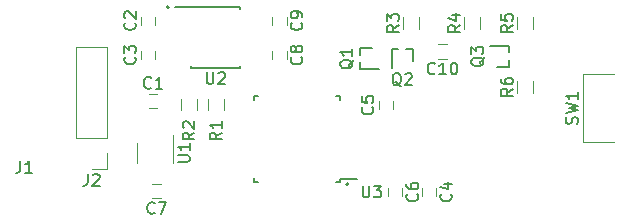
<source format=gto>
G04 #@! TF.GenerationSoftware,KiCad,Pcbnew,(5.1.4-0-10_14)*
G04 #@! TF.CreationDate,2019-11-04T12:37:15+13:00*
G04 #@! TF.ProjectId,rng-pcb,726e672d-7063-4622-9e6b-696361645f70,rev?*
G04 #@! TF.SameCoordinates,PX7bfa480PY77afa60*
G04 #@! TF.FileFunction,Legend,Top*
G04 #@! TF.FilePolarity,Positive*
%FSLAX46Y46*%
G04 Gerber Fmt 4.6, Leading zero omitted, Abs format (unit mm)*
G04 Created by KiCad (PCBNEW (5.1.4-0-10_14)) date 2019-11-04 12:37:15*
%MOMM*%
%LPD*%
G04 APERTURE LIST*
%ADD10C,0.200000*%
%ADD11C,0.120000*%
%ADD12C,0.150000*%
G04 APERTURE END LIST*
D10*
X17000000Y58550000D02*
G75*
G03X17000000Y58550000I-100000J0D01*
G01*
X32200000Y43550000D02*
G75*
G03X32200000Y43550000I-100000J0D01*
G01*
D11*
X52050000Y52900000D02*
X54650000Y52900000D01*
X52050000Y47100000D02*
X54650000Y47100000D01*
X52050000Y47100000D02*
X52050000Y52900000D01*
X11780000Y44870000D02*
X10450000Y44870000D01*
X11780000Y46200000D02*
X11780000Y44870000D01*
X11780000Y47470000D02*
X9120000Y47470000D01*
X9120000Y47470000D02*
X9120000Y55150000D01*
X11780000Y47470000D02*
X11780000Y55150000D01*
X11780000Y55150000D02*
X9120000Y55150000D01*
D12*
X18875000Y58575000D02*
X18875000Y58525000D01*
X23025000Y58575000D02*
X23025000Y58430000D01*
X23025000Y53425000D02*
X23025000Y53570000D01*
X18875000Y53425000D02*
X18875000Y53570000D01*
X18875000Y58575000D02*
X23025000Y58575000D01*
X18875000Y53425000D02*
X23025000Y53425000D01*
X18875000Y58525000D02*
X17475000Y58525000D01*
D10*
X45750000Y53500000D02*
X45750000Y54070000D01*
X45750000Y55300000D02*
X45750000Y54730000D01*
X45750000Y53500000D02*
X44750000Y53500000D01*
X44150000Y55300000D02*
X45750000Y55300000D01*
X37650000Y55000000D02*
X37080000Y55000000D01*
X35850000Y55000000D02*
X36420000Y55000000D01*
X37650000Y55000000D02*
X37650000Y54000000D01*
X35850000Y53400000D02*
X35850000Y55000000D01*
X33150000Y55100000D02*
X33150000Y54530000D01*
X33150000Y53300000D02*
X33150000Y53870000D01*
X33150000Y55100000D02*
X34150000Y55100000D01*
X34750000Y53300000D02*
X33150000Y53300000D01*
D11*
X18020000Y49800000D02*
X18020000Y50800000D01*
X19380000Y50800000D02*
X19380000Y49800000D01*
X14650000Y57050000D02*
X14650000Y57750000D01*
X15850000Y57750000D02*
X15850000Y57050000D01*
X47830000Y52300000D02*
X47830000Y51300000D01*
X46470000Y51300000D02*
X46470000Y52300000D01*
X47830000Y57700000D02*
X47830000Y56700000D01*
X46470000Y56700000D02*
X46470000Y57700000D01*
X43330000Y57700000D02*
X43330000Y56700000D01*
X41970000Y56700000D02*
X41970000Y57700000D01*
X38130000Y57700000D02*
X38130000Y56700000D01*
X36770000Y56700000D02*
X36770000Y57700000D01*
X21630000Y50800000D02*
X21630000Y49800000D01*
X20270000Y49800000D02*
X20270000Y50800000D01*
X39800000Y55400000D02*
X40500000Y55400000D01*
X40500000Y54200000D02*
X39800000Y54200000D01*
X26950000Y57750000D02*
X26950000Y57050000D01*
X25750000Y57050000D02*
X25750000Y57750000D01*
X26950000Y54850000D02*
X26950000Y54150000D01*
X25750000Y54150000D02*
X25750000Y54850000D01*
X16300000Y42400000D02*
X15600000Y42400000D01*
X15600000Y43600000D02*
X16300000Y43600000D01*
X35550000Y42550000D02*
X35550000Y43250000D01*
X36750000Y43250000D02*
X36750000Y42550000D01*
X35950000Y50600000D02*
X35950000Y49900000D01*
X34750000Y49900000D02*
X34750000Y50600000D01*
X38400000Y42550000D02*
X38400000Y43250000D01*
X39600000Y43250000D02*
X39600000Y42550000D01*
X15850000Y54850000D02*
X15850000Y54150000D01*
X14650000Y54150000D02*
X14650000Y54850000D01*
X15300000Y51200000D02*
X16000000Y51200000D01*
X16000000Y50000000D02*
X15300000Y50000000D01*
D12*
X31475000Y43775000D02*
X31475000Y44000000D01*
X24225000Y43775000D02*
X24225000Y44100000D01*
X24225000Y51025000D02*
X24225000Y50700000D01*
X31475000Y51025000D02*
X31475000Y50700000D01*
X31475000Y43775000D02*
X31150000Y43775000D01*
X31475000Y51025000D02*
X31150000Y51025000D01*
X24225000Y51025000D02*
X24550000Y51025000D01*
X24225000Y43775000D02*
X24550000Y43775000D01*
X31475000Y44000000D02*
X32900000Y44000000D01*
D11*
X14290000Y47080000D02*
X14290000Y45320000D01*
X17360000Y45320000D02*
X17360000Y47750000D01*
D12*
X4416666Y45547620D02*
X4416666Y44833334D01*
X4369047Y44690477D01*
X4273809Y44595239D01*
X4130952Y44547620D01*
X4035714Y44547620D01*
X5416666Y44547620D02*
X4845238Y44547620D01*
X5130952Y44547620D02*
X5130952Y45547620D01*
X5035714Y45404762D01*
X4940476Y45309524D01*
X4845238Y45261905D01*
X51554761Y48666667D02*
X51602380Y48809524D01*
X51602380Y49047620D01*
X51554761Y49142858D01*
X51507142Y49190477D01*
X51411904Y49238096D01*
X51316666Y49238096D01*
X51221428Y49190477D01*
X51173809Y49142858D01*
X51126190Y49047620D01*
X51078571Y48857143D01*
X51030952Y48761905D01*
X50983333Y48714286D01*
X50888095Y48666667D01*
X50792857Y48666667D01*
X50697619Y48714286D01*
X50650000Y48761905D01*
X50602380Y48857143D01*
X50602380Y49095239D01*
X50650000Y49238096D01*
X50602380Y49571429D02*
X51602380Y49809524D01*
X50888095Y50000000D01*
X51602380Y50190477D01*
X50602380Y50428572D01*
X51602380Y51333334D02*
X51602380Y50761905D01*
X51602380Y51047620D02*
X50602380Y51047620D01*
X50745238Y50952381D01*
X50840476Y50857143D01*
X50888095Y50761905D01*
X10116666Y44417620D02*
X10116666Y43703334D01*
X10069047Y43560477D01*
X9973809Y43465239D01*
X9830952Y43417620D01*
X9735714Y43417620D01*
X10545238Y44322381D02*
X10592857Y44370000D01*
X10688095Y44417620D01*
X10926190Y44417620D01*
X11021428Y44370000D01*
X11069047Y44322381D01*
X11116666Y44227143D01*
X11116666Y44131905D01*
X11069047Y43989048D01*
X10497619Y43417620D01*
X11116666Y43417620D01*
X20188095Y53047620D02*
X20188095Y52238096D01*
X20235714Y52142858D01*
X20283333Y52095239D01*
X20378571Y52047620D01*
X20569047Y52047620D01*
X20664285Y52095239D01*
X20711904Y52142858D01*
X20759523Y52238096D01*
X20759523Y53047620D01*
X21188095Y52952381D02*
X21235714Y53000000D01*
X21330952Y53047620D01*
X21569047Y53047620D01*
X21664285Y53000000D01*
X21711904Y52952381D01*
X21759523Y52857143D01*
X21759523Y52761905D01*
X21711904Y52619048D01*
X21140476Y52047620D01*
X21759523Y52047620D01*
X43697619Y54304762D02*
X43650000Y54209524D01*
X43554761Y54114286D01*
X43411904Y53971429D01*
X43364285Y53876191D01*
X43364285Y53780953D01*
X43602380Y53828572D02*
X43554761Y53733334D01*
X43459523Y53638096D01*
X43269047Y53590477D01*
X42935714Y53590477D01*
X42745238Y53638096D01*
X42650000Y53733334D01*
X42602380Y53828572D01*
X42602380Y54019048D01*
X42650000Y54114286D01*
X42745238Y54209524D01*
X42935714Y54257143D01*
X43269047Y54257143D01*
X43459523Y54209524D01*
X43554761Y54114286D01*
X43602380Y54019048D01*
X43602380Y53828572D01*
X42602380Y54590477D02*
X42602380Y55209524D01*
X42983333Y54876191D01*
X42983333Y55019048D01*
X43030952Y55114286D01*
X43078571Y55161905D01*
X43173809Y55209524D01*
X43411904Y55209524D01*
X43507142Y55161905D01*
X43554761Y55114286D01*
X43602380Y55019048D01*
X43602380Y54733334D01*
X43554761Y54638096D01*
X43507142Y54590477D01*
X36654761Y51852381D02*
X36559523Y51900000D01*
X36464285Y51995239D01*
X36321428Y52138096D01*
X36226190Y52185715D01*
X36130952Y52185715D01*
X36178571Y51947620D02*
X36083333Y51995239D01*
X35988095Y52090477D01*
X35940476Y52280953D01*
X35940476Y52614286D01*
X35988095Y52804762D01*
X36083333Y52900000D01*
X36178571Y52947620D01*
X36369047Y52947620D01*
X36464285Y52900000D01*
X36559523Y52804762D01*
X36607142Y52614286D01*
X36607142Y52280953D01*
X36559523Y52090477D01*
X36464285Y51995239D01*
X36369047Y51947620D01*
X36178571Y51947620D01*
X36988095Y52852381D02*
X37035714Y52900000D01*
X37130952Y52947620D01*
X37369047Y52947620D01*
X37464285Y52900000D01*
X37511904Y52852381D01*
X37559523Y52757143D01*
X37559523Y52661905D01*
X37511904Y52519048D01*
X36940476Y51947620D01*
X37559523Y51947620D01*
X32597619Y54104762D02*
X32550000Y54009524D01*
X32454761Y53914286D01*
X32311904Y53771429D01*
X32264285Y53676191D01*
X32264285Y53580953D01*
X32502380Y53628572D02*
X32454761Y53533334D01*
X32359523Y53438096D01*
X32169047Y53390477D01*
X31835714Y53390477D01*
X31645238Y53438096D01*
X31550000Y53533334D01*
X31502380Y53628572D01*
X31502380Y53819048D01*
X31550000Y53914286D01*
X31645238Y54009524D01*
X31835714Y54057143D01*
X32169047Y54057143D01*
X32359523Y54009524D01*
X32454761Y53914286D01*
X32502380Y53819048D01*
X32502380Y53628572D01*
X32502380Y55009524D02*
X32502380Y54438096D01*
X32502380Y54723810D02*
X31502380Y54723810D01*
X31645238Y54628572D01*
X31740476Y54533334D01*
X31788095Y54438096D01*
X19152380Y47933334D02*
X18676190Y47600000D01*
X19152380Y47361905D02*
X18152380Y47361905D01*
X18152380Y47742858D01*
X18200000Y47838096D01*
X18247619Y47885715D01*
X18342857Y47933334D01*
X18485714Y47933334D01*
X18580952Y47885715D01*
X18628571Y47838096D01*
X18676190Y47742858D01*
X18676190Y47361905D01*
X18247619Y48314286D02*
X18200000Y48361905D01*
X18152380Y48457143D01*
X18152380Y48695239D01*
X18200000Y48790477D01*
X18247619Y48838096D01*
X18342857Y48885715D01*
X18438095Y48885715D01*
X18580952Y48838096D01*
X19152380Y48266667D01*
X19152380Y48885715D01*
X14107142Y57233334D02*
X14154761Y57185715D01*
X14202380Y57042858D01*
X14202380Y56947620D01*
X14154761Y56804762D01*
X14059523Y56709524D01*
X13964285Y56661905D01*
X13773809Y56614286D01*
X13630952Y56614286D01*
X13440476Y56661905D01*
X13345238Y56709524D01*
X13250000Y56804762D01*
X13202380Y56947620D01*
X13202380Y57042858D01*
X13250000Y57185715D01*
X13297619Y57233334D01*
X13297619Y57614286D02*
X13250000Y57661905D01*
X13202380Y57757143D01*
X13202380Y57995239D01*
X13250000Y58090477D01*
X13297619Y58138096D01*
X13392857Y58185715D01*
X13488095Y58185715D01*
X13630952Y58138096D01*
X14202380Y57566667D01*
X14202380Y58185715D01*
X46102380Y51633334D02*
X45626190Y51300000D01*
X46102380Y51061905D02*
X45102380Y51061905D01*
X45102380Y51442858D01*
X45150000Y51538096D01*
X45197619Y51585715D01*
X45292857Y51633334D01*
X45435714Y51633334D01*
X45530952Y51585715D01*
X45578571Y51538096D01*
X45626190Y51442858D01*
X45626190Y51061905D01*
X45102380Y52490477D02*
X45102380Y52300000D01*
X45150000Y52204762D01*
X45197619Y52157143D01*
X45340476Y52061905D01*
X45530952Y52014286D01*
X45911904Y52014286D01*
X46007142Y52061905D01*
X46054761Y52109524D01*
X46102380Y52204762D01*
X46102380Y52395239D01*
X46054761Y52490477D01*
X46007142Y52538096D01*
X45911904Y52585715D01*
X45673809Y52585715D01*
X45578571Y52538096D01*
X45530952Y52490477D01*
X45483333Y52395239D01*
X45483333Y52204762D01*
X45530952Y52109524D01*
X45578571Y52061905D01*
X45673809Y52014286D01*
X46102380Y57033334D02*
X45626190Y56700000D01*
X46102380Y56461905D02*
X45102380Y56461905D01*
X45102380Y56842858D01*
X45150000Y56938096D01*
X45197619Y56985715D01*
X45292857Y57033334D01*
X45435714Y57033334D01*
X45530952Y56985715D01*
X45578571Y56938096D01*
X45626190Y56842858D01*
X45626190Y56461905D01*
X45102380Y57938096D02*
X45102380Y57461905D01*
X45578571Y57414286D01*
X45530952Y57461905D01*
X45483333Y57557143D01*
X45483333Y57795239D01*
X45530952Y57890477D01*
X45578571Y57938096D01*
X45673809Y57985715D01*
X45911904Y57985715D01*
X46007142Y57938096D01*
X46054761Y57890477D01*
X46102380Y57795239D01*
X46102380Y57557143D01*
X46054761Y57461905D01*
X46007142Y57414286D01*
X41652380Y57033334D02*
X41176190Y56700000D01*
X41652380Y56461905D02*
X40652380Y56461905D01*
X40652380Y56842858D01*
X40700000Y56938096D01*
X40747619Y56985715D01*
X40842857Y57033334D01*
X40985714Y57033334D01*
X41080952Y56985715D01*
X41128571Y56938096D01*
X41176190Y56842858D01*
X41176190Y56461905D01*
X40985714Y57890477D02*
X41652380Y57890477D01*
X40604761Y57652381D02*
X41319047Y57414286D01*
X41319047Y58033334D01*
X36452380Y57033334D02*
X35976190Y56700000D01*
X36452380Y56461905D02*
X35452380Y56461905D01*
X35452380Y56842858D01*
X35500000Y56938096D01*
X35547619Y56985715D01*
X35642857Y57033334D01*
X35785714Y57033334D01*
X35880952Y56985715D01*
X35928571Y56938096D01*
X35976190Y56842858D01*
X35976190Y56461905D01*
X35452380Y57366667D02*
X35452380Y57985715D01*
X35833333Y57652381D01*
X35833333Y57795239D01*
X35880952Y57890477D01*
X35928571Y57938096D01*
X36023809Y57985715D01*
X36261904Y57985715D01*
X36357142Y57938096D01*
X36404761Y57890477D01*
X36452380Y57795239D01*
X36452380Y57509524D01*
X36404761Y57414286D01*
X36357142Y57366667D01*
X21452380Y47933334D02*
X20976190Y47600000D01*
X21452380Y47361905D02*
X20452380Y47361905D01*
X20452380Y47742858D01*
X20500000Y47838096D01*
X20547619Y47885715D01*
X20642857Y47933334D01*
X20785714Y47933334D01*
X20880952Y47885715D01*
X20928571Y47838096D01*
X20976190Y47742858D01*
X20976190Y47361905D01*
X21452380Y48885715D02*
X21452380Y48314286D01*
X21452380Y48600000D02*
X20452380Y48600000D01*
X20595238Y48504762D01*
X20690476Y48409524D01*
X20738095Y48314286D01*
X39507142Y52942858D02*
X39459523Y52895239D01*
X39316666Y52847620D01*
X39221428Y52847620D01*
X39078571Y52895239D01*
X38983333Y52990477D01*
X38935714Y53085715D01*
X38888095Y53276191D01*
X38888095Y53419048D01*
X38935714Y53609524D01*
X38983333Y53704762D01*
X39078571Y53800000D01*
X39221428Y53847620D01*
X39316666Y53847620D01*
X39459523Y53800000D01*
X39507142Y53752381D01*
X40459523Y52847620D02*
X39888095Y52847620D01*
X40173809Y52847620D02*
X40173809Y53847620D01*
X40078571Y53704762D01*
X39983333Y53609524D01*
X39888095Y53561905D01*
X41078571Y53847620D02*
X41173809Y53847620D01*
X41269047Y53800000D01*
X41316666Y53752381D01*
X41364285Y53657143D01*
X41411904Y53466667D01*
X41411904Y53228572D01*
X41364285Y53038096D01*
X41316666Y52942858D01*
X41269047Y52895239D01*
X41173809Y52847620D01*
X41078571Y52847620D01*
X40983333Y52895239D01*
X40935714Y52942858D01*
X40888095Y53038096D01*
X40840476Y53228572D01*
X40840476Y53466667D01*
X40888095Y53657143D01*
X40935714Y53752381D01*
X40983333Y53800000D01*
X41078571Y53847620D01*
X28207142Y57233334D02*
X28254761Y57185715D01*
X28302380Y57042858D01*
X28302380Y56947620D01*
X28254761Y56804762D01*
X28159523Y56709524D01*
X28064285Y56661905D01*
X27873809Y56614286D01*
X27730952Y56614286D01*
X27540476Y56661905D01*
X27445238Y56709524D01*
X27350000Y56804762D01*
X27302380Y56947620D01*
X27302380Y57042858D01*
X27350000Y57185715D01*
X27397619Y57233334D01*
X28302380Y57709524D02*
X28302380Y57900000D01*
X28254761Y57995239D01*
X28207142Y58042858D01*
X28064285Y58138096D01*
X27873809Y58185715D01*
X27492857Y58185715D01*
X27397619Y58138096D01*
X27350000Y58090477D01*
X27302380Y57995239D01*
X27302380Y57804762D01*
X27350000Y57709524D01*
X27397619Y57661905D01*
X27492857Y57614286D01*
X27730952Y57614286D01*
X27826190Y57661905D01*
X27873809Y57709524D01*
X27921428Y57804762D01*
X27921428Y57995239D01*
X27873809Y58090477D01*
X27826190Y58138096D01*
X27730952Y58185715D01*
X28207142Y54333334D02*
X28254761Y54285715D01*
X28302380Y54142858D01*
X28302380Y54047620D01*
X28254761Y53904762D01*
X28159523Y53809524D01*
X28064285Y53761905D01*
X27873809Y53714286D01*
X27730952Y53714286D01*
X27540476Y53761905D01*
X27445238Y53809524D01*
X27350000Y53904762D01*
X27302380Y54047620D01*
X27302380Y54142858D01*
X27350000Y54285715D01*
X27397619Y54333334D01*
X27730952Y54904762D02*
X27683333Y54809524D01*
X27635714Y54761905D01*
X27540476Y54714286D01*
X27492857Y54714286D01*
X27397619Y54761905D01*
X27350000Y54809524D01*
X27302380Y54904762D01*
X27302380Y55095239D01*
X27350000Y55190477D01*
X27397619Y55238096D01*
X27492857Y55285715D01*
X27540476Y55285715D01*
X27635714Y55238096D01*
X27683333Y55190477D01*
X27730952Y55095239D01*
X27730952Y54904762D01*
X27778571Y54809524D01*
X27826190Y54761905D01*
X27921428Y54714286D01*
X28111904Y54714286D01*
X28207142Y54761905D01*
X28254761Y54809524D01*
X28302380Y54904762D01*
X28302380Y55095239D01*
X28254761Y55190477D01*
X28207142Y55238096D01*
X28111904Y55285715D01*
X27921428Y55285715D01*
X27826190Y55238096D01*
X27778571Y55190477D01*
X27730952Y55095239D01*
X15783333Y41142858D02*
X15735714Y41095239D01*
X15592857Y41047620D01*
X15497619Y41047620D01*
X15354761Y41095239D01*
X15259523Y41190477D01*
X15211904Y41285715D01*
X15164285Y41476191D01*
X15164285Y41619048D01*
X15211904Y41809524D01*
X15259523Y41904762D01*
X15354761Y42000000D01*
X15497619Y42047620D01*
X15592857Y42047620D01*
X15735714Y42000000D01*
X15783333Y41952381D01*
X16116666Y42047620D02*
X16783333Y42047620D01*
X16354761Y41047620D01*
X38007142Y42733334D02*
X38054761Y42685715D01*
X38102380Y42542858D01*
X38102380Y42447620D01*
X38054761Y42304762D01*
X37959523Y42209524D01*
X37864285Y42161905D01*
X37673809Y42114286D01*
X37530952Y42114286D01*
X37340476Y42161905D01*
X37245238Y42209524D01*
X37150000Y42304762D01*
X37102380Y42447620D01*
X37102380Y42542858D01*
X37150000Y42685715D01*
X37197619Y42733334D01*
X37102380Y43590477D02*
X37102380Y43400000D01*
X37150000Y43304762D01*
X37197619Y43257143D01*
X37340476Y43161905D01*
X37530952Y43114286D01*
X37911904Y43114286D01*
X38007142Y43161905D01*
X38054761Y43209524D01*
X38102380Y43304762D01*
X38102380Y43495239D01*
X38054761Y43590477D01*
X38007142Y43638096D01*
X37911904Y43685715D01*
X37673809Y43685715D01*
X37578571Y43638096D01*
X37530952Y43590477D01*
X37483333Y43495239D01*
X37483333Y43304762D01*
X37530952Y43209524D01*
X37578571Y43161905D01*
X37673809Y43114286D01*
X34207142Y50083334D02*
X34254761Y50035715D01*
X34302380Y49892858D01*
X34302380Y49797620D01*
X34254761Y49654762D01*
X34159523Y49559524D01*
X34064285Y49511905D01*
X33873809Y49464286D01*
X33730952Y49464286D01*
X33540476Y49511905D01*
X33445238Y49559524D01*
X33350000Y49654762D01*
X33302380Y49797620D01*
X33302380Y49892858D01*
X33350000Y50035715D01*
X33397619Y50083334D01*
X33302380Y50988096D02*
X33302380Y50511905D01*
X33778571Y50464286D01*
X33730952Y50511905D01*
X33683333Y50607143D01*
X33683333Y50845239D01*
X33730952Y50940477D01*
X33778571Y50988096D01*
X33873809Y51035715D01*
X34111904Y51035715D01*
X34207142Y50988096D01*
X34254761Y50940477D01*
X34302380Y50845239D01*
X34302380Y50607143D01*
X34254761Y50511905D01*
X34207142Y50464286D01*
X40857142Y42733334D02*
X40904761Y42685715D01*
X40952380Y42542858D01*
X40952380Y42447620D01*
X40904761Y42304762D01*
X40809523Y42209524D01*
X40714285Y42161905D01*
X40523809Y42114286D01*
X40380952Y42114286D01*
X40190476Y42161905D01*
X40095238Y42209524D01*
X40000000Y42304762D01*
X39952380Y42447620D01*
X39952380Y42542858D01*
X40000000Y42685715D01*
X40047619Y42733334D01*
X40285714Y43590477D02*
X40952380Y43590477D01*
X39904761Y43352381D02*
X40619047Y43114286D01*
X40619047Y43733334D01*
X14107142Y54333334D02*
X14154761Y54285715D01*
X14202380Y54142858D01*
X14202380Y54047620D01*
X14154761Y53904762D01*
X14059523Y53809524D01*
X13964285Y53761905D01*
X13773809Y53714286D01*
X13630952Y53714286D01*
X13440476Y53761905D01*
X13345238Y53809524D01*
X13250000Y53904762D01*
X13202380Y54047620D01*
X13202380Y54142858D01*
X13250000Y54285715D01*
X13297619Y54333334D01*
X13202380Y54666667D02*
X13202380Y55285715D01*
X13583333Y54952381D01*
X13583333Y55095239D01*
X13630952Y55190477D01*
X13678571Y55238096D01*
X13773809Y55285715D01*
X14011904Y55285715D01*
X14107142Y55238096D01*
X14154761Y55190477D01*
X14202380Y55095239D01*
X14202380Y54809524D01*
X14154761Y54714286D01*
X14107142Y54666667D01*
X15483333Y51742858D02*
X15435714Y51695239D01*
X15292857Y51647620D01*
X15197619Y51647620D01*
X15054761Y51695239D01*
X14959523Y51790477D01*
X14911904Y51885715D01*
X14864285Y52076191D01*
X14864285Y52219048D01*
X14911904Y52409524D01*
X14959523Y52504762D01*
X15054761Y52600000D01*
X15197619Y52647620D01*
X15292857Y52647620D01*
X15435714Y52600000D01*
X15483333Y52552381D01*
X16435714Y51647620D02*
X15864285Y51647620D01*
X16150000Y51647620D02*
X16150000Y52647620D01*
X16054761Y52504762D01*
X15959523Y52409524D01*
X15864285Y52361905D01*
X33388095Y43447620D02*
X33388095Y42638096D01*
X33435714Y42542858D01*
X33483333Y42495239D01*
X33578571Y42447620D01*
X33769047Y42447620D01*
X33864285Y42495239D01*
X33911904Y42542858D01*
X33959523Y42638096D01*
X33959523Y43447620D01*
X34340476Y43447620D02*
X34959523Y43447620D01*
X34626190Y43066667D01*
X34769047Y43066667D01*
X34864285Y43019048D01*
X34911904Y42971429D01*
X34959523Y42876191D01*
X34959523Y42638096D01*
X34911904Y42542858D01*
X34864285Y42495239D01*
X34769047Y42447620D01*
X34483333Y42447620D01*
X34388095Y42495239D01*
X34340476Y42542858D01*
X17752380Y45438096D02*
X18561904Y45438096D01*
X18657142Y45485715D01*
X18704761Y45533334D01*
X18752380Y45628572D01*
X18752380Y45819048D01*
X18704761Y45914286D01*
X18657142Y45961905D01*
X18561904Y46009524D01*
X17752380Y46009524D01*
X18752380Y47009524D02*
X18752380Y46438096D01*
X18752380Y46723810D02*
X17752380Y46723810D01*
X17895238Y46628572D01*
X17990476Y46533334D01*
X18038095Y46438096D01*
M02*

</source>
